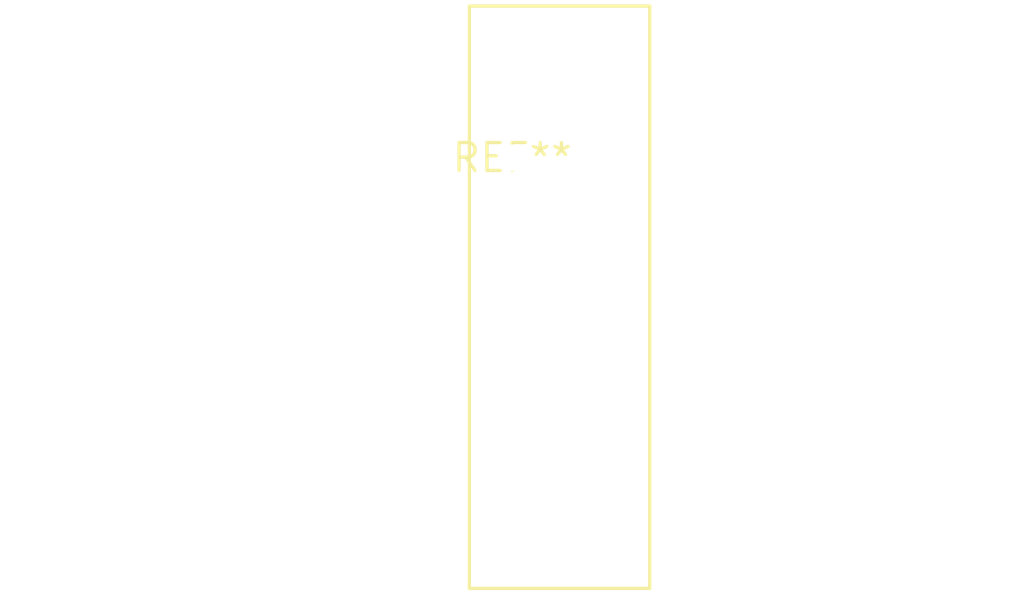
<source format=kicad_pcb>
(kicad_pcb (version 20240108) (generator pcbnew)
  (layers (0 "F.Cu" signal) (31 "B.Cu" signal) (34 "B.Paste" user) (35 "F.Paste" user) (36 "B.SilkS" user "B.Silkscreen") (37 "F.SilkS" user "F.Silkscreen") (38 "B.Mask" user) (39 "F.Mask" user) (44 "Edge.Cuts" user))
  (net 0 "")
  (footprint "RV_Rect_V25S440P_L26.5mm_W8.2mm_P12.7mm" (layer "F.Cu") (at 0 0)
    (property "Reference" "REF**")
    (property "Value" "RV_Rect_V25S440P_L26.5mm_W8.2mm_P12.7mm")
    (fp_line (start -1.95 -6.9) (end -1.95 19.6) (layer "F.SilkS") (stroke (width 0.15)))
    (fp_line (start 6.25 -6.9) (end -1.95 -6.9) (layer "F.SilkS") (stroke (width 0.15)))
    (fp_line (start 6.25 -6.9) (end 6.25 19.6) (layer "F.SilkS") (stroke (width 0.15)))
    (fp_line (start 6.25 19.6) (end -1.95 19.6) (layer "F.SilkS") (stroke (width 0.15)))
    (pad "1" thru_hole roundrect (at 0 0) (size 2.2 2.2) (drill 1.2) (layers *.Cu *.Mask) (remove_unused_layers))
    (pad "2" thru_hole circle (at 4.3 12.7) (size 2.2 2.2) (drill 1.2) (layers *.Cu *.Mask) (remove_unused_layers))
  )
)
</source>
